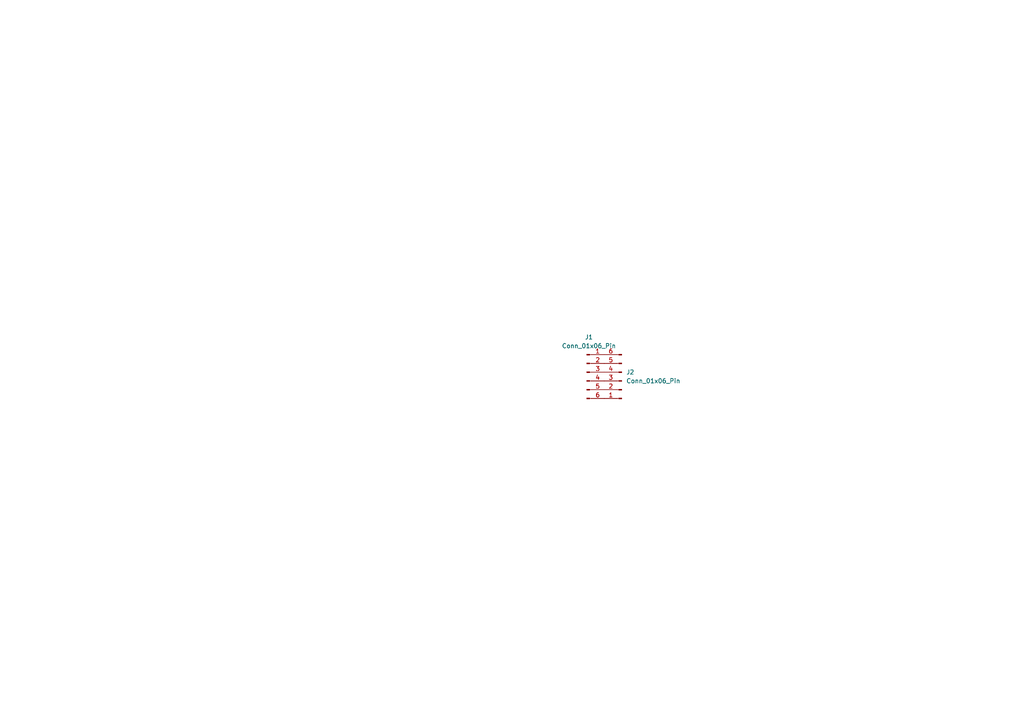
<source format=kicad_sch>
(kicad_sch (version 20250114) (generator "eeschema") (generator_version "9.0")
  (paper "A4")
  (lib_symbols
    (symbol "Connector:Conn_01x06_Pin" (pin_names (offset 1.016) (hide yes))
      (property "Reference" "J" (at 0 7.62 0))
      (property "Value" "Conn_01x06_Pin" (at 0 -10.16 0))
      (symbol "Conn_01x06_Pin_1_1"
        (rectangle (start 0.8636 5.207) (end 0 4.953) (stroke (width 0.1524)) (fill (type outline)))
        (rectangle (start 0.8636 2.667) (end 0 2.413) (stroke (width 0.1524)) (fill (type outline)))
        (rectangle (start 0.8636 0.127) (end 0 -0.127) (stroke (width 0.1524)) (fill (type outline)))
        (rectangle (start 0.8636 -2.413) (end 0 -2.667) (stroke (width 0.1524)) (fill (type outline)))
        (rectangle (start 0.8636 -4.953) (end 0 -5.207) (stroke (width 0.1524)) (fill (type outline)))
        (rectangle (start 0.8636 -7.493) (end 0 -7.747) (stroke (width 0.1524)) (fill (type outline)))
        (polyline (pts (xy 1.27 5.08) (xy 0.8636 5.08)) (stroke (width 0.1524)))
        (polyline (pts (xy 1.27 2.54) (xy 0.8636 2.54)) (stroke (width 0.1524)))
        (polyline (pts (xy 1.27 0) (xy 0.8636 0)) (stroke (width 0.1524)))
        (polyline (pts (xy 1.27 -2.54) (xy 0.8636 -2.54)) (stroke (width 0.1524)))
        (polyline (pts (xy 1.27 -5.08) (xy 0.8636 -5.08)) (stroke (width 0.1524)))
        (polyline (pts (xy 1.27 -7.62) (xy 0.8636 -7.62)) (stroke (width 0.1524)))
        (pin passive line (at 5.08 5.08 180) (length 3.81) (name "Pin_1") (number "1"))
        (pin passive line (at 5.08 2.54 180) (length 3.81) (name "Pin_2") (number "2"))
        (pin passive line (at 5.08 0 180) (length 3.81) (name "Pin_3") (number "3"))
        (pin passive line (at 5.08 -2.54 180) (length 3.81) (name "Pin_4") (number "4"))
        (pin passive line (at 5.08 -5.08 180) (length 3.81) (name "Pin_5") (number "5"))
        (pin passive line (at 5.08 -7.62 180) (length 3.81) (name "Pin_6") (number "6"))
      )
    )
  )
  (symbol (lib_id "Connector:Conn_01x06_Pin") (at 170.18 107.95 0) (unit 1)
    (property "Reference" "J1" (at 170.815 97.79 0))
    (property "Value" "Conn_01x06_Pin" (at 170.815 100.33 0))
    (property "Footprint" "Connector_PinHeader_2.54mm:PinHeader_1x06_P2.54mm_Horizontal" (effects (hide yes)))
    (property "Description" "Generic connector, single row, 01x06, script generated" (effects (hide yes)))
  )
  (symbol (lib_id "Connector:Conn_01x06_Pin") (at 180.34 110.49 180) (unit 1)
    (property "Reference" "J2" (at 181.61 107.9499 0) (effects (justify right)))
    (property "Value" "Conn_01x06_Pin" (at 181.61 110.4899 0) (effects (justify right)))
    (property "Footprint" "SamacSys_Parts:Programming pogos" (effects (hide yes)))
    (property "Description" "Generic connector, single row, 01x06, script generated" (effects (hide yes)))
  )
)
</source>
